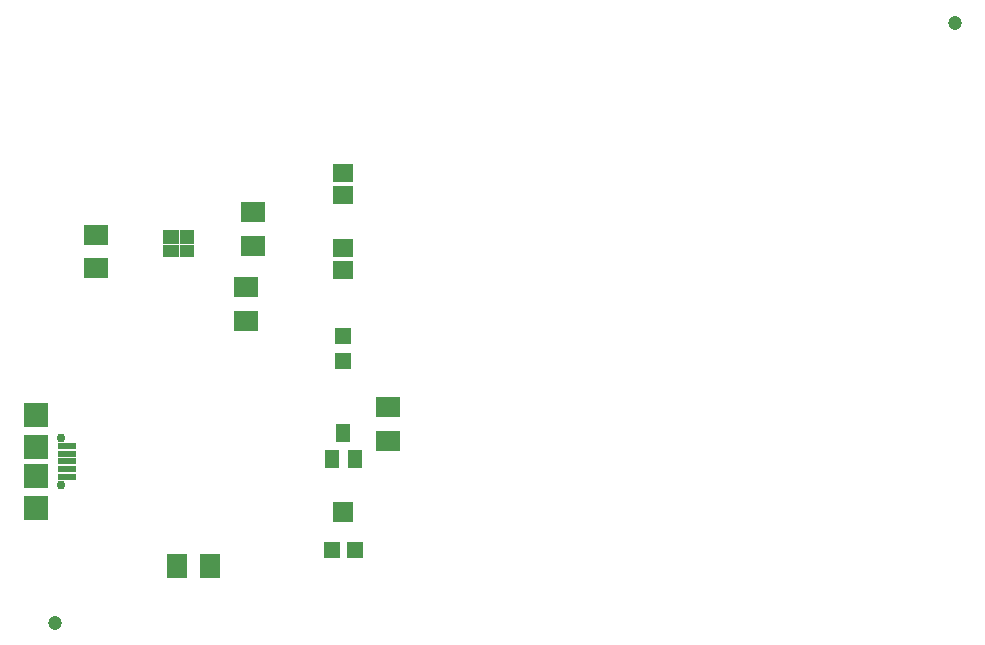
<source format=gbr>
G04 EAGLE Gerber RS-274X export*
G75*
%MOMM*%
%FSLAX34Y34*%
%LPD*%
%INSoldermask Top*%
%IPPOS*%
%AMOC8*
5,1,8,0,0,1.08239X$1,22.5*%
G01*
%ADD10C,1.203200*%
%ADD11R,1.153200X1.053200*%
%ADD12R,1.353200X1.053200*%
%ADD13R,1.353200X1.173200*%
%ADD14R,1.153200X1.173200*%
%ADD15R,2.006200X1.803200*%
%ADD16R,2.003200X1.803200*%
%ADD17R,1.403200X1.403200*%
%ADD18R,1.803200X1.703200*%
%ADD19R,1.203200X1.603200*%
%ADD20R,1.703200X1.503200*%
%ADD21R,1.549400X0.584200*%
%ADD22R,2.103200X2.103200*%
%ADD23C,0.753200*%
%ADD24R,1.803200X2.006200*%


D10*
X35000Y35000D03*
X797000Y543000D03*
D11*
X146950Y349300D03*
D12*
X133450Y349300D03*
D13*
X133450Y361300D03*
D14*
X146950Y361300D03*
D15*
X203200Y382520D03*
X203200Y354080D03*
D16*
X69850Y335250D03*
X69850Y363250D03*
D17*
X269400Y96300D03*
X289400Y96300D03*
D18*
X279400Y128800D03*
D19*
X279400Y195150D03*
X288900Y173150D03*
X269900Y173150D03*
D17*
X279400Y256200D03*
X279400Y277200D03*
D20*
X279400Y333400D03*
X279400Y352400D03*
D21*
X45800Y184450D03*
X45800Y177950D03*
X45800Y171450D03*
X45800Y164950D03*
X45800Y158450D03*
D22*
X19050Y210950D03*
X19050Y183450D03*
X19050Y159450D03*
X19050Y131950D03*
D23*
X40550Y191450D03*
X40550Y151450D03*
D24*
X166620Y82550D03*
X138180Y82550D03*
D15*
X196850Y319020D03*
X196850Y290580D03*
X317500Y217420D03*
X317500Y188980D03*
D20*
X279400Y415900D03*
X279400Y396900D03*
M02*

</source>
